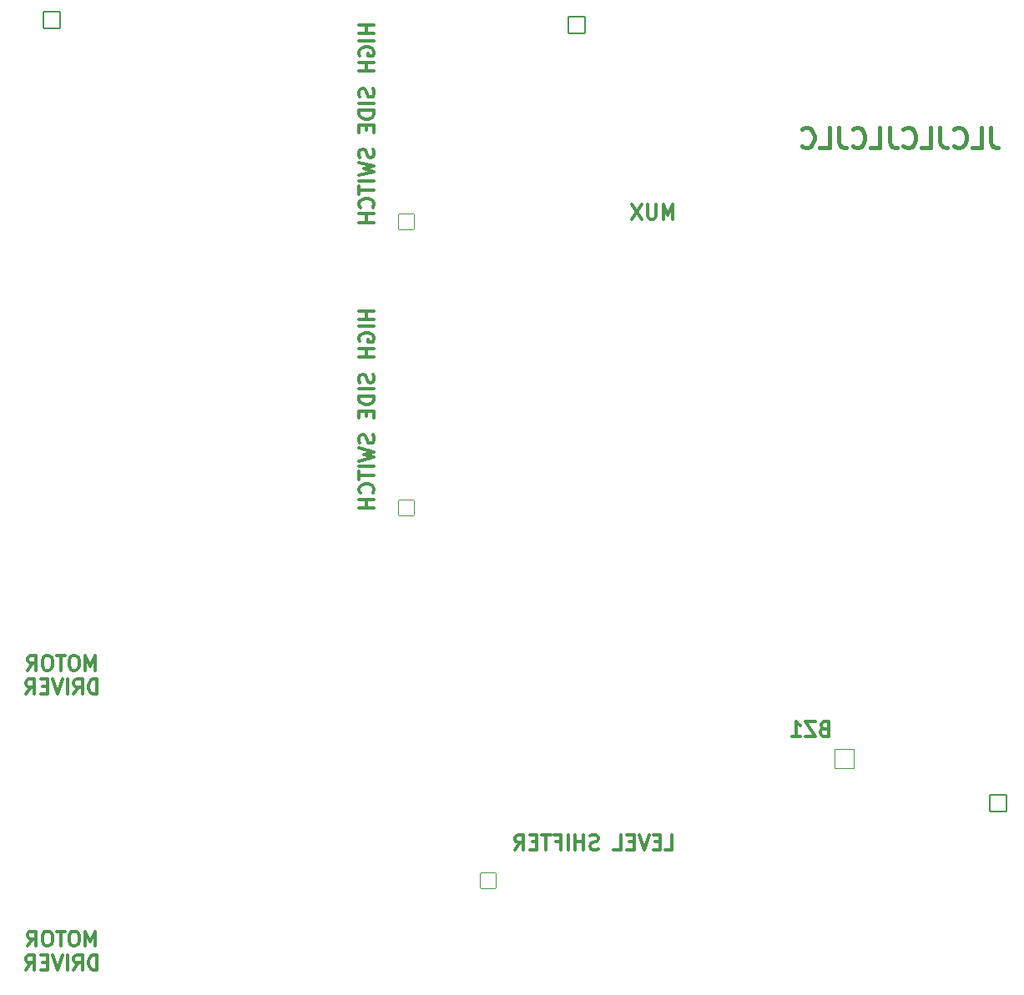
<source format=gbo>
G04 #@! TF.GenerationSoftware,KiCad,Pcbnew,(6.0.2)*
G04 #@! TF.CreationDate,2023-01-23T03:29:59-05:00*
G04 #@! TF.ProjectId,Interface-PCB,496e7465-7266-4616-9365-2d5043422e6b,1.0*
G04 #@! TF.SameCoordinates,Original*
G04 #@! TF.FileFunction,Legend,Bot*
G04 #@! TF.FilePolarity,Positive*
%FSLAX46Y46*%
G04 Gerber Fmt 4.6, Leading zero omitted, Abs format (unit mm)*
G04 Created by KiCad (PCBNEW (6.0.2)) date 2023-01-23 03:29:59*
%MOMM*%
%LPD*%
G01*
G04 APERTURE LIST*
G04 Aperture macros list*
%AMRoundRect*
0 Rectangle with rounded corners*
0 $1 Rounding radius*
0 $2 $3 $4 $5 $6 $7 $8 $9 X,Y pos of 4 corners*
0 Add a 4 corners polygon primitive as box body*
4,1,4,$2,$3,$4,$5,$6,$7,$8,$9,$2,$3,0*
0 Add four circle primitives for the rounded corners*
1,1,$1+$1,$2,$3*
1,1,$1+$1,$4,$5*
1,1,$1+$1,$6,$7*
1,1,$1+$1,$8,$9*
0 Add four rect primitives between the rounded corners*
20,1,$1+$1,$2,$3,$4,$5,0*
20,1,$1+$1,$4,$5,$6,$7,0*
20,1,$1+$1,$6,$7,$8,$9,0*
20,1,$1+$1,$8,$9,$2,$3,0*%
G04 Aperture macros list end*
%ADD10C,0.300000*%
%ADD11C,0.400000*%
%ADD12RoundRect,0.050000X0.800000X0.800000X-0.800000X0.800000X-0.800000X-0.800000X0.800000X-0.800000X0*%
%ADD13O,1.700000X1.700000*%
%ADD14RoundRect,0.050000X1.000000X1.000000X-1.000000X1.000000X-1.000000X-1.000000X1.000000X-1.000000X0*%
%ADD15C,2.100000*%
%ADD16C,1.700000*%
%ADD17RoundRect,0.050000X-0.850000X-0.850000X0.850000X-0.850000X0.850000X0.850000X-0.850000X0.850000X0*%
%ADD18O,1.800000X1.800000*%
%ADD19C,1.800000*%
%ADD20C,6.500000*%
%ADD21RoundRect,0.050000X-1.750000X-1.750000X1.750000X-1.750000X1.750000X1.750000X-1.750000X1.750000X0*%
%ADD22RoundRect,0.800000X-0.750000X-1.000000X0.750000X-1.000000X0.750000X1.000000X-0.750000X1.000000X0*%
%ADD23RoundRect,0.925000X-0.875000X-0.875000X0.875000X-0.875000X0.875000X0.875000X-0.875000X0.875000X0*%
%ADD24RoundRect,0.050000X0.850000X-0.850000X0.850000X0.850000X-0.850000X0.850000X-0.850000X-0.850000X0*%
%ADD25RoundRect,0.050000X0.850000X0.850000X-0.850000X0.850000X-0.850000X-0.850000X0.850000X-0.850000X0*%
%ADD26RoundRect,0.050000X1.750000X1.750000X-1.750000X1.750000X-1.750000X-1.750000X1.750000X-1.750000X0*%
%ADD27RoundRect,0.800000X0.750000X1.000000X-0.750000X1.000000X-0.750000X-1.000000X0.750000X-1.000000X0*%
%ADD28RoundRect,0.925000X0.875000X0.875000X-0.875000X0.875000X-0.875000X-0.875000X0.875000X-0.875000X0*%
%ADD29RoundRect,0.050000X0.800000X-0.800000X0.800000X0.800000X-0.800000X0.800000X-0.800000X-0.800000X0*%
%ADD30RoundRect,0.050000X1.750000X-1.750000X1.750000X1.750000X-1.750000X1.750000X-1.750000X-1.750000X0*%
%ADD31RoundRect,0.800000X1.000000X-0.750000X1.000000X0.750000X-1.000000X0.750000X-1.000000X-0.750000X0*%
%ADD32RoundRect,0.925000X0.875000X-0.875000X0.875000X0.875000X-0.875000X0.875000X-0.875000X-0.875000X0*%
G04 APERTURE END LIST*
D10*
X146214285Y-124678571D02*
X146928571Y-124678571D01*
X146928571Y-123178571D01*
X145714285Y-123892857D02*
X145214285Y-123892857D01*
X145000000Y-124678571D02*
X145714285Y-124678571D01*
X145714285Y-123178571D01*
X145000000Y-123178571D01*
X144571428Y-123178571D02*
X144071428Y-124678571D01*
X143571428Y-123178571D01*
X143071428Y-123892857D02*
X142571428Y-123892857D01*
X142357142Y-124678571D02*
X143071428Y-124678571D01*
X143071428Y-123178571D01*
X142357142Y-123178571D01*
X141000000Y-124678571D02*
X141714285Y-124678571D01*
X141714285Y-123178571D01*
X139428571Y-124607142D02*
X139214285Y-124678571D01*
X138857142Y-124678571D01*
X138714285Y-124607142D01*
X138642857Y-124535714D01*
X138571428Y-124392857D01*
X138571428Y-124250000D01*
X138642857Y-124107142D01*
X138714285Y-124035714D01*
X138857142Y-123964285D01*
X139142857Y-123892857D01*
X139285714Y-123821428D01*
X139357142Y-123750000D01*
X139428571Y-123607142D01*
X139428571Y-123464285D01*
X139357142Y-123321428D01*
X139285714Y-123250000D01*
X139142857Y-123178571D01*
X138785714Y-123178571D01*
X138571428Y-123250000D01*
X137928571Y-124678571D02*
X137928571Y-123178571D01*
X137928571Y-123892857D02*
X137071428Y-123892857D01*
X137071428Y-124678571D02*
X137071428Y-123178571D01*
X136357142Y-124678571D02*
X136357142Y-123178571D01*
X135142857Y-123892857D02*
X135642857Y-123892857D01*
X135642857Y-124678571D02*
X135642857Y-123178571D01*
X134928571Y-123178571D01*
X134571428Y-123178571D02*
X133714285Y-123178571D01*
X134142857Y-124678571D02*
X134142857Y-123178571D01*
X133214285Y-123892857D02*
X132714285Y-123892857D01*
X132500000Y-124678571D02*
X133214285Y-124678571D01*
X133214285Y-123178571D01*
X132500000Y-123178571D01*
X131000000Y-124678571D02*
X131500000Y-123964285D01*
X131857142Y-124678571D02*
X131857142Y-123178571D01*
X131285714Y-123178571D01*
X131142857Y-123250000D01*
X131071428Y-123321428D01*
X131000000Y-123464285D01*
X131000000Y-123678571D01*
X131071428Y-123821428D01*
X131142857Y-123892857D01*
X131285714Y-123964285D01*
X131857142Y-123964285D01*
X147000000Y-60678571D02*
X147000000Y-59178571D01*
X146500000Y-60250000D01*
X146000000Y-59178571D01*
X146000000Y-60678571D01*
X145285714Y-59178571D02*
X145285714Y-60392857D01*
X145214285Y-60535714D01*
X145142857Y-60607142D01*
X145000000Y-60678571D01*
X144714285Y-60678571D01*
X144571428Y-60607142D01*
X144500000Y-60535714D01*
X144428571Y-60392857D01*
X144428571Y-59178571D01*
X143857142Y-59178571D02*
X142857142Y-60678571D01*
X142857142Y-59178571D02*
X143857142Y-60678571D01*
X116678571Y-41000000D02*
X115178571Y-41000000D01*
X115892857Y-41000000D02*
X115892857Y-41857142D01*
X116678571Y-41857142D02*
X115178571Y-41857142D01*
X116678571Y-42571428D02*
X115178571Y-42571428D01*
X115250000Y-44071428D02*
X115178571Y-43928571D01*
X115178571Y-43714285D01*
X115250000Y-43500000D01*
X115392857Y-43357142D01*
X115535714Y-43285714D01*
X115821428Y-43214285D01*
X116035714Y-43214285D01*
X116321428Y-43285714D01*
X116464285Y-43357142D01*
X116607142Y-43500000D01*
X116678571Y-43714285D01*
X116678571Y-43857142D01*
X116607142Y-44071428D01*
X116535714Y-44142857D01*
X116035714Y-44142857D01*
X116035714Y-43857142D01*
X116678571Y-44785714D02*
X115178571Y-44785714D01*
X115892857Y-44785714D02*
X115892857Y-45642857D01*
X116678571Y-45642857D02*
X115178571Y-45642857D01*
X116607142Y-47428571D02*
X116678571Y-47642857D01*
X116678571Y-48000000D01*
X116607142Y-48142857D01*
X116535714Y-48214285D01*
X116392857Y-48285714D01*
X116250000Y-48285714D01*
X116107142Y-48214285D01*
X116035714Y-48142857D01*
X115964285Y-48000000D01*
X115892857Y-47714285D01*
X115821428Y-47571428D01*
X115750000Y-47500000D01*
X115607142Y-47428571D01*
X115464285Y-47428571D01*
X115321428Y-47500000D01*
X115250000Y-47571428D01*
X115178571Y-47714285D01*
X115178571Y-48071428D01*
X115250000Y-48285714D01*
X116678571Y-48928571D02*
X115178571Y-48928571D01*
X116678571Y-49642857D02*
X115178571Y-49642857D01*
X115178571Y-50000000D01*
X115250000Y-50214285D01*
X115392857Y-50357142D01*
X115535714Y-50428571D01*
X115821428Y-50500000D01*
X116035714Y-50500000D01*
X116321428Y-50428571D01*
X116464285Y-50357142D01*
X116607142Y-50214285D01*
X116678571Y-50000000D01*
X116678571Y-49642857D01*
X115892857Y-51142857D02*
X115892857Y-51642857D01*
X116678571Y-51857142D02*
X116678571Y-51142857D01*
X115178571Y-51142857D01*
X115178571Y-51857142D01*
X116607142Y-53571428D02*
X116678571Y-53785714D01*
X116678571Y-54142857D01*
X116607142Y-54285714D01*
X116535714Y-54357142D01*
X116392857Y-54428571D01*
X116250000Y-54428571D01*
X116107142Y-54357142D01*
X116035714Y-54285714D01*
X115964285Y-54142857D01*
X115892857Y-53857142D01*
X115821428Y-53714285D01*
X115750000Y-53642857D01*
X115607142Y-53571428D01*
X115464285Y-53571428D01*
X115321428Y-53642857D01*
X115250000Y-53714285D01*
X115178571Y-53857142D01*
X115178571Y-54214285D01*
X115250000Y-54428571D01*
X115178571Y-54928571D02*
X116678571Y-55285714D01*
X115607142Y-55571428D01*
X116678571Y-55857142D01*
X115178571Y-56214285D01*
X116678571Y-56785714D02*
X115178571Y-56785714D01*
X115178571Y-57285714D02*
X115178571Y-58142857D01*
X116678571Y-57714285D02*
X115178571Y-57714285D01*
X116535714Y-59500000D02*
X116607142Y-59428571D01*
X116678571Y-59214285D01*
X116678571Y-59071428D01*
X116607142Y-58857142D01*
X116464285Y-58714285D01*
X116321428Y-58642857D01*
X116035714Y-58571428D01*
X115821428Y-58571428D01*
X115535714Y-58642857D01*
X115392857Y-58714285D01*
X115250000Y-58857142D01*
X115178571Y-59071428D01*
X115178571Y-59214285D01*
X115250000Y-59428571D01*
X115321428Y-59500000D01*
X116678571Y-60142857D02*
X115178571Y-60142857D01*
X115892857Y-60142857D02*
X115892857Y-61000000D01*
X116678571Y-61000000D02*
X115178571Y-61000000D01*
X88392857Y-134471071D02*
X88392857Y-132971071D01*
X87892857Y-134042500D01*
X87392857Y-132971071D01*
X87392857Y-134471071D01*
X86392857Y-132971071D02*
X86107142Y-132971071D01*
X85964285Y-133042500D01*
X85821428Y-133185357D01*
X85750000Y-133471071D01*
X85750000Y-133971071D01*
X85821428Y-134256785D01*
X85964285Y-134399642D01*
X86107142Y-134471071D01*
X86392857Y-134471071D01*
X86535714Y-134399642D01*
X86678571Y-134256785D01*
X86750000Y-133971071D01*
X86750000Y-133471071D01*
X86678571Y-133185357D01*
X86535714Y-133042500D01*
X86392857Y-132971071D01*
X85321428Y-132971071D02*
X84464285Y-132971071D01*
X84892857Y-134471071D02*
X84892857Y-132971071D01*
X83678571Y-132971071D02*
X83392857Y-132971071D01*
X83250000Y-133042500D01*
X83107142Y-133185357D01*
X83035714Y-133471071D01*
X83035714Y-133971071D01*
X83107142Y-134256785D01*
X83250000Y-134399642D01*
X83392857Y-134471071D01*
X83678571Y-134471071D01*
X83821428Y-134399642D01*
X83964285Y-134256785D01*
X84035714Y-133971071D01*
X84035714Y-133471071D01*
X83964285Y-133185357D01*
X83821428Y-133042500D01*
X83678571Y-132971071D01*
X81535714Y-134471071D02*
X82035714Y-133756785D01*
X82392857Y-134471071D02*
X82392857Y-132971071D01*
X81821428Y-132971071D01*
X81678571Y-133042500D01*
X81607142Y-133113928D01*
X81535714Y-133256785D01*
X81535714Y-133471071D01*
X81607142Y-133613928D01*
X81678571Y-133685357D01*
X81821428Y-133756785D01*
X82392857Y-133756785D01*
X88571428Y-136886071D02*
X88571428Y-135386071D01*
X88214285Y-135386071D01*
X88000000Y-135457500D01*
X87857142Y-135600357D01*
X87785714Y-135743214D01*
X87714285Y-136028928D01*
X87714285Y-136243214D01*
X87785714Y-136528928D01*
X87857142Y-136671785D01*
X88000000Y-136814642D01*
X88214285Y-136886071D01*
X88571428Y-136886071D01*
X86214285Y-136886071D02*
X86714285Y-136171785D01*
X87071428Y-136886071D02*
X87071428Y-135386071D01*
X86500000Y-135386071D01*
X86357142Y-135457500D01*
X86285714Y-135528928D01*
X86214285Y-135671785D01*
X86214285Y-135886071D01*
X86285714Y-136028928D01*
X86357142Y-136100357D01*
X86500000Y-136171785D01*
X87071428Y-136171785D01*
X85571428Y-136886071D02*
X85571428Y-135386071D01*
X85071428Y-135386071D02*
X84571428Y-136886071D01*
X84071428Y-135386071D01*
X83571428Y-136100357D02*
X83071428Y-136100357D01*
X82857142Y-136886071D02*
X83571428Y-136886071D01*
X83571428Y-135386071D01*
X82857142Y-135386071D01*
X81357142Y-136886071D02*
X81857142Y-136171785D01*
X82214285Y-136886071D02*
X82214285Y-135386071D01*
X81642857Y-135386071D01*
X81500000Y-135457500D01*
X81428571Y-135528928D01*
X81357142Y-135671785D01*
X81357142Y-135886071D01*
X81428571Y-136028928D01*
X81500000Y-136100357D01*
X81642857Y-136171785D01*
X82214285Y-136171785D01*
X162321428Y-112392857D02*
X162107142Y-112464285D01*
X162035714Y-112535714D01*
X161964285Y-112678571D01*
X161964285Y-112892857D01*
X162035714Y-113035714D01*
X162107142Y-113107142D01*
X162250000Y-113178571D01*
X162821428Y-113178571D01*
X162821428Y-111678571D01*
X162321428Y-111678571D01*
X162178571Y-111750000D01*
X162107142Y-111821428D01*
X162035714Y-111964285D01*
X162035714Y-112107142D01*
X162107142Y-112250000D01*
X162178571Y-112321428D01*
X162321428Y-112392857D01*
X162821428Y-112392857D01*
X161464285Y-111678571D02*
X160464285Y-111678571D01*
X161464285Y-113178571D01*
X160464285Y-113178571D01*
X159107142Y-113178571D02*
X159964285Y-113178571D01*
X159535714Y-113178571D02*
X159535714Y-111678571D01*
X159678571Y-111892857D01*
X159821428Y-112035714D01*
X159964285Y-112107142D01*
X88392857Y-106471071D02*
X88392857Y-104971071D01*
X87892857Y-106042500D01*
X87392857Y-104971071D01*
X87392857Y-106471071D01*
X86392857Y-104971071D02*
X86107142Y-104971071D01*
X85964285Y-105042500D01*
X85821428Y-105185357D01*
X85750000Y-105471071D01*
X85750000Y-105971071D01*
X85821428Y-106256785D01*
X85964285Y-106399642D01*
X86107142Y-106471071D01*
X86392857Y-106471071D01*
X86535714Y-106399642D01*
X86678571Y-106256785D01*
X86750000Y-105971071D01*
X86750000Y-105471071D01*
X86678571Y-105185357D01*
X86535714Y-105042500D01*
X86392857Y-104971071D01*
X85321428Y-104971071D02*
X84464285Y-104971071D01*
X84892857Y-106471071D02*
X84892857Y-104971071D01*
X83678571Y-104971071D02*
X83392857Y-104971071D01*
X83250000Y-105042500D01*
X83107142Y-105185357D01*
X83035714Y-105471071D01*
X83035714Y-105971071D01*
X83107142Y-106256785D01*
X83250000Y-106399642D01*
X83392857Y-106471071D01*
X83678571Y-106471071D01*
X83821428Y-106399642D01*
X83964285Y-106256785D01*
X84035714Y-105971071D01*
X84035714Y-105471071D01*
X83964285Y-105185357D01*
X83821428Y-105042500D01*
X83678571Y-104971071D01*
X81535714Y-106471071D02*
X82035714Y-105756785D01*
X82392857Y-106471071D02*
X82392857Y-104971071D01*
X81821428Y-104971071D01*
X81678571Y-105042500D01*
X81607142Y-105113928D01*
X81535714Y-105256785D01*
X81535714Y-105471071D01*
X81607142Y-105613928D01*
X81678571Y-105685357D01*
X81821428Y-105756785D01*
X82392857Y-105756785D01*
X88571428Y-108886071D02*
X88571428Y-107386071D01*
X88214285Y-107386071D01*
X88000000Y-107457500D01*
X87857142Y-107600357D01*
X87785714Y-107743214D01*
X87714285Y-108028928D01*
X87714285Y-108243214D01*
X87785714Y-108528928D01*
X87857142Y-108671785D01*
X88000000Y-108814642D01*
X88214285Y-108886071D01*
X88571428Y-108886071D01*
X86214285Y-108886071D02*
X86714285Y-108171785D01*
X87071428Y-108886071D02*
X87071428Y-107386071D01*
X86500000Y-107386071D01*
X86357142Y-107457500D01*
X86285714Y-107528928D01*
X86214285Y-107671785D01*
X86214285Y-107886071D01*
X86285714Y-108028928D01*
X86357142Y-108100357D01*
X86500000Y-108171785D01*
X87071428Y-108171785D01*
X85571428Y-108886071D02*
X85571428Y-107386071D01*
X85071428Y-107386071D02*
X84571428Y-108886071D01*
X84071428Y-107386071D01*
X83571428Y-108100357D02*
X83071428Y-108100357D01*
X82857142Y-108886071D02*
X83571428Y-108886071D01*
X83571428Y-107386071D01*
X82857142Y-107386071D01*
X81357142Y-108886071D02*
X81857142Y-108171785D01*
X82214285Y-108886071D02*
X82214285Y-107386071D01*
X81642857Y-107386071D01*
X81500000Y-107457500D01*
X81428571Y-107528928D01*
X81357142Y-107671785D01*
X81357142Y-107886071D01*
X81428571Y-108028928D01*
X81500000Y-108100357D01*
X81642857Y-108171785D01*
X82214285Y-108171785D01*
D11*
X179238095Y-51404761D02*
X179238095Y-52833333D01*
X179333333Y-53119047D01*
X179523809Y-53309523D01*
X179809523Y-53404761D01*
X180000000Y-53404761D01*
X177333333Y-53404761D02*
X178285714Y-53404761D01*
X178285714Y-51404761D01*
X175523809Y-53214285D02*
X175619047Y-53309523D01*
X175904761Y-53404761D01*
X176095238Y-53404761D01*
X176380952Y-53309523D01*
X176571428Y-53119047D01*
X176666666Y-52928571D01*
X176761904Y-52547619D01*
X176761904Y-52261904D01*
X176666666Y-51880952D01*
X176571428Y-51690476D01*
X176380952Y-51500000D01*
X176095238Y-51404761D01*
X175904761Y-51404761D01*
X175619047Y-51500000D01*
X175523809Y-51595238D01*
X174095238Y-51404761D02*
X174095238Y-52833333D01*
X174190476Y-53119047D01*
X174380952Y-53309523D01*
X174666666Y-53404761D01*
X174857142Y-53404761D01*
X172190476Y-53404761D02*
X173142857Y-53404761D01*
X173142857Y-51404761D01*
X170380952Y-53214285D02*
X170476190Y-53309523D01*
X170761904Y-53404761D01*
X170952380Y-53404761D01*
X171238095Y-53309523D01*
X171428571Y-53119047D01*
X171523809Y-52928571D01*
X171619047Y-52547619D01*
X171619047Y-52261904D01*
X171523809Y-51880952D01*
X171428571Y-51690476D01*
X171238095Y-51500000D01*
X170952380Y-51404761D01*
X170761904Y-51404761D01*
X170476190Y-51500000D01*
X170380952Y-51595238D01*
X168952380Y-51404761D02*
X168952380Y-52833333D01*
X169047619Y-53119047D01*
X169238095Y-53309523D01*
X169523809Y-53404761D01*
X169714285Y-53404761D01*
X167047619Y-53404761D02*
X168000000Y-53404761D01*
X168000000Y-51404761D01*
X165238095Y-53214285D02*
X165333333Y-53309523D01*
X165619047Y-53404761D01*
X165809523Y-53404761D01*
X166095238Y-53309523D01*
X166285714Y-53119047D01*
X166380952Y-52928571D01*
X166476190Y-52547619D01*
X166476190Y-52261904D01*
X166380952Y-51880952D01*
X166285714Y-51690476D01*
X166095238Y-51500000D01*
X165809523Y-51404761D01*
X165619047Y-51404761D01*
X165333333Y-51500000D01*
X165238095Y-51595238D01*
X163809523Y-51404761D02*
X163809523Y-52833333D01*
X163904761Y-53119047D01*
X164095238Y-53309523D01*
X164380952Y-53404761D01*
X164571428Y-53404761D01*
X161904761Y-53404761D02*
X162857142Y-53404761D01*
X162857142Y-51404761D01*
X160095238Y-53214285D02*
X160190476Y-53309523D01*
X160476190Y-53404761D01*
X160666666Y-53404761D01*
X160952380Y-53309523D01*
X161142857Y-53119047D01*
X161238095Y-52928571D01*
X161333333Y-52547619D01*
X161333333Y-52261904D01*
X161238095Y-51880952D01*
X161142857Y-51690476D01*
X160952380Y-51500000D01*
X160666666Y-51404761D01*
X160476190Y-51404761D01*
X160190476Y-51500000D01*
X160095238Y-51595238D01*
D10*
X116678571Y-70000000D02*
X115178571Y-70000000D01*
X115892857Y-70000000D02*
X115892857Y-70857142D01*
X116678571Y-70857142D02*
X115178571Y-70857142D01*
X116678571Y-71571428D02*
X115178571Y-71571428D01*
X115250000Y-73071428D02*
X115178571Y-72928571D01*
X115178571Y-72714285D01*
X115250000Y-72500000D01*
X115392857Y-72357142D01*
X115535714Y-72285714D01*
X115821428Y-72214285D01*
X116035714Y-72214285D01*
X116321428Y-72285714D01*
X116464285Y-72357142D01*
X116607142Y-72500000D01*
X116678571Y-72714285D01*
X116678571Y-72857142D01*
X116607142Y-73071428D01*
X116535714Y-73142857D01*
X116035714Y-73142857D01*
X116035714Y-72857142D01*
X116678571Y-73785714D02*
X115178571Y-73785714D01*
X115892857Y-73785714D02*
X115892857Y-74642857D01*
X116678571Y-74642857D02*
X115178571Y-74642857D01*
X116607142Y-76428571D02*
X116678571Y-76642857D01*
X116678571Y-77000000D01*
X116607142Y-77142857D01*
X116535714Y-77214285D01*
X116392857Y-77285714D01*
X116250000Y-77285714D01*
X116107142Y-77214285D01*
X116035714Y-77142857D01*
X115964285Y-77000000D01*
X115892857Y-76714285D01*
X115821428Y-76571428D01*
X115750000Y-76500000D01*
X115607142Y-76428571D01*
X115464285Y-76428571D01*
X115321428Y-76500000D01*
X115250000Y-76571428D01*
X115178571Y-76714285D01*
X115178571Y-77071428D01*
X115250000Y-77285714D01*
X116678571Y-77928571D02*
X115178571Y-77928571D01*
X116678571Y-78642857D02*
X115178571Y-78642857D01*
X115178571Y-79000000D01*
X115250000Y-79214285D01*
X115392857Y-79357142D01*
X115535714Y-79428571D01*
X115821428Y-79500000D01*
X116035714Y-79500000D01*
X116321428Y-79428571D01*
X116464285Y-79357142D01*
X116607142Y-79214285D01*
X116678571Y-79000000D01*
X116678571Y-78642857D01*
X115892857Y-80142857D02*
X115892857Y-80642857D01*
X116678571Y-80857142D02*
X116678571Y-80142857D01*
X115178571Y-80142857D01*
X115178571Y-80857142D01*
X116607142Y-82571428D02*
X116678571Y-82785714D01*
X116678571Y-83142857D01*
X116607142Y-83285714D01*
X116535714Y-83357142D01*
X116392857Y-83428571D01*
X116250000Y-83428571D01*
X116107142Y-83357142D01*
X116035714Y-83285714D01*
X115964285Y-83142857D01*
X115892857Y-82857142D01*
X115821428Y-82714285D01*
X115750000Y-82642857D01*
X115607142Y-82571428D01*
X115464285Y-82571428D01*
X115321428Y-82642857D01*
X115250000Y-82714285D01*
X115178571Y-82857142D01*
X115178571Y-83214285D01*
X115250000Y-83428571D01*
X115178571Y-83928571D02*
X116678571Y-84285714D01*
X115607142Y-84571428D01*
X116678571Y-84857142D01*
X115178571Y-85214285D01*
X116678571Y-85785714D02*
X115178571Y-85785714D01*
X115178571Y-86285714D02*
X115178571Y-87142857D01*
X116678571Y-86714285D02*
X115178571Y-86714285D01*
X116535714Y-88500000D02*
X116607142Y-88428571D01*
X116678571Y-88214285D01*
X116678571Y-88071428D01*
X116607142Y-87857142D01*
X116464285Y-87714285D01*
X116321428Y-87642857D01*
X116035714Y-87571428D01*
X115821428Y-87571428D01*
X115535714Y-87642857D01*
X115392857Y-87714285D01*
X115250000Y-87857142D01*
X115178571Y-88071428D01*
X115178571Y-88214285D01*
X115250000Y-88428571D01*
X115321428Y-88500000D01*
X116678571Y-89142857D02*
X115178571Y-89142857D01*
X115892857Y-89142857D02*
X115892857Y-90000000D01*
X116678571Y-90000000D02*
X115178571Y-90000000D01*
%LPC*%
D12*
X120000000Y-60960000D03*
D13*
X120000000Y-58420000D03*
X120000000Y-55880000D03*
X120000000Y-53340000D03*
X120000000Y-50800000D03*
X120000000Y-48260000D03*
X120000000Y-45720000D03*
X120000000Y-43180000D03*
X120000000Y-40640000D03*
X112380000Y-40640000D03*
X112380000Y-43180000D03*
X112380000Y-45720000D03*
X112380000Y-48260000D03*
X112380000Y-50800000D03*
X112380000Y-53340000D03*
X112380000Y-55880000D03*
X112380000Y-58420000D03*
X112380000Y-60960000D03*
D14*
X164410000Y-115500000D03*
D15*
X157590000Y-115500000D03*
D16*
X139820000Y-61280000D03*
D13*
X149980000Y-61280000D03*
D16*
X187420000Y-133000000D03*
D13*
X197580000Y-133000000D03*
D16*
X143515000Y-104010000D03*
D13*
X143515000Y-114170000D03*
D17*
X77380000Y-98610000D03*
D18*
X77380000Y-101150000D03*
X77380000Y-103690000D03*
X77380000Y-106230000D03*
X77380000Y-108770000D03*
X77380000Y-111310000D03*
X77380000Y-113850000D03*
X77380000Y-116390000D03*
D19*
X92620000Y-98610000D03*
D18*
X92620000Y-101150000D03*
X92620000Y-103690000D03*
X92620000Y-106230000D03*
X92620000Y-108770000D03*
X92620000Y-111310000D03*
X92620000Y-113850000D03*
X92620000Y-116390000D03*
D20*
X65000000Y-160000000D03*
D16*
X156920000Y-132500000D03*
D13*
X167080000Y-132500000D03*
D16*
X139820000Y-76520000D03*
D13*
X149980000Y-76520000D03*
D21*
X75000000Y-55500000D03*
D22*
X69000000Y-55500000D03*
D23*
X72000000Y-60200000D03*
D16*
X123700000Y-40640000D03*
X123700000Y-45720000D03*
X139820000Y-43500000D03*
D13*
X149980000Y-43500000D03*
D16*
X139820000Y-46040000D03*
D13*
X149980000Y-46040000D03*
D24*
X157500000Y-145000000D03*
D18*
X160040000Y-145000000D03*
X162580000Y-145000000D03*
D16*
X192080000Y-144000000D03*
D13*
X181920000Y-144000000D03*
D24*
X84000000Y-40500000D03*
D18*
X86540000Y-40500000D03*
X89080000Y-40500000D03*
X91620000Y-40500000D03*
X94160000Y-40500000D03*
D16*
X135895000Y-104010000D03*
D13*
X135895000Y-114170000D03*
D17*
X137220000Y-40950000D03*
D18*
X137220000Y-43490000D03*
X137220000Y-46030000D03*
X137220000Y-48570000D03*
X137220000Y-51110000D03*
X137220000Y-53650000D03*
X137220000Y-56190000D03*
X137220000Y-58730000D03*
X137220000Y-61270000D03*
X137220000Y-63810000D03*
X137220000Y-66350000D03*
X137220000Y-68890000D03*
X137220000Y-71430000D03*
X137220000Y-73970000D03*
X137220000Y-76510000D03*
X137220000Y-79050000D03*
X152460000Y-68890000D03*
X152460000Y-66350000D03*
X152460000Y-63810000D03*
X152460000Y-61270000D03*
X152460000Y-58730000D03*
X152460000Y-56190000D03*
X152460000Y-53650000D03*
D19*
X152460000Y-51110000D03*
D24*
X105000000Y-160000000D03*
D18*
X107540000Y-160000000D03*
X110080000Y-160000000D03*
D20*
X65000000Y-40000000D03*
D12*
X120000000Y-90000000D03*
D13*
X120000000Y-87460000D03*
X120000000Y-84920000D03*
X120000000Y-82380000D03*
X120000000Y-79840000D03*
X120000000Y-77300000D03*
X120000000Y-74760000D03*
X120000000Y-72220000D03*
X120000000Y-69680000D03*
X112380000Y-69680000D03*
X112380000Y-72220000D03*
X112380000Y-74760000D03*
X112380000Y-77300000D03*
X112380000Y-79840000D03*
X112380000Y-82380000D03*
X112380000Y-84920000D03*
X112380000Y-87460000D03*
X112380000Y-90000000D03*
D16*
X139820000Y-71440000D03*
D13*
X149980000Y-71440000D03*
D24*
X104920000Y-145000000D03*
D18*
X107460000Y-145000000D03*
X110000000Y-145000000D03*
D16*
X139820000Y-51120000D03*
D13*
X149980000Y-51120000D03*
D24*
X122500000Y-160000000D03*
D18*
X125040000Y-160000000D03*
X127580000Y-160000000D03*
D16*
X139820000Y-66360000D03*
D13*
X149980000Y-66360000D03*
D25*
X180000000Y-120000000D03*
D18*
X177460000Y-120000000D03*
X180000000Y-117460000D03*
X177460000Y-117460000D03*
X180000000Y-114920000D03*
X177460000Y-114920000D03*
X180000000Y-112380000D03*
X177460000Y-112380000D03*
X180000000Y-109840000D03*
X177460000Y-109840000D03*
X180000000Y-107300000D03*
X177460000Y-107300000D03*
X180000000Y-104760000D03*
X177460000Y-104760000D03*
X180000000Y-102220000D03*
X177460000Y-102220000D03*
X180000000Y-99680000D03*
X177460000Y-99680000D03*
X180000000Y-97140000D03*
X177460000Y-97140000D03*
X180000000Y-94600000D03*
X177460000Y-94600000D03*
X180000000Y-92060000D03*
X177460000Y-92060000D03*
X180000000Y-89520000D03*
X177460000Y-89520000D03*
X180000000Y-86980000D03*
X177460000Y-86980000D03*
X180000000Y-84440000D03*
X177460000Y-84440000D03*
X180000000Y-81900000D03*
X177460000Y-81900000D03*
X180000000Y-79360000D03*
X177460000Y-79360000D03*
X180000000Y-76820000D03*
X177460000Y-76820000D03*
X180000000Y-74280000D03*
X177460000Y-74280000D03*
X180000000Y-71740000D03*
X177460000Y-71740000D03*
D24*
X140000000Y-160000000D03*
D18*
X142540000Y-160000000D03*
X145080000Y-160000000D03*
D24*
X157500000Y-160000000D03*
D18*
X160040000Y-160000000D03*
X162580000Y-160000000D03*
D16*
X133355000Y-104010000D03*
D13*
X133355000Y-114170000D03*
D16*
X170000000Y-157580000D03*
D13*
X170000000Y-147420000D03*
D26*
X185000000Y-50000000D03*
D27*
X191000000Y-50000000D03*
D28*
X188000000Y-45300000D03*
D16*
X139820000Y-58740000D03*
D13*
X149980000Y-58740000D03*
D16*
X139820000Y-40960000D03*
D13*
X149980000Y-40960000D03*
D25*
X184975000Y-64525000D03*
D18*
X184975000Y-61985000D03*
X184975000Y-59445000D03*
D16*
X124625000Y-127810000D03*
X124625000Y-122730000D03*
D24*
X122500000Y-145000000D03*
D18*
X125040000Y-145000000D03*
X127580000Y-145000000D03*
D16*
X123700000Y-69680000D03*
X123700000Y-74760000D03*
X139820000Y-68900000D03*
D13*
X149980000Y-68900000D03*
D16*
X138435000Y-104010000D03*
D13*
X138435000Y-114170000D03*
D29*
X128275000Y-127810000D03*
D13*
X130815000Y-127810000D03*
X133355000Y-127810000D03*
X135895000Y-127810000D03*
X138435000Y-127810000D03*
X140975000Y-127810000D03*
X143515000Y-127810000D03*
X146055000Y-127810000D03*
X148595000Y-127810000D03*
X151135000Y-127810000D03*
X151135000Y-120190000D03*
X148595000Y-120190000D03*
X146055000Y-120190000D03*
X143515000Y-120190000D03*
X140975000Y-120190000D03*
X138435000Y-120190000D03*
X135895000Y-120190000D03*
X133355000Y-120190000D03*
X130815000Y-120190000D03*
X128275000Y-120190000D03*
D30*
X85000000Y-150000000D03*
D31*
X85000000Y-156000000D03*
D32*
X89700000Y-153000000D03*
D25*
X65000000Y-85000000D03*
D18*
X65000000Y-82460000D03*
X65000000Y-79920000D03*
X65000000Y-77380000D03*
X65000000Y-74840000D03*
D16*
X146055000Y-104010000D03*
D13*
X146055000Y-114170000D03*
D20*
X195000000Y-40000000D03*
D16*
X139820000Y-56200000D03*
D13*
X149980000Y-56200000D03*
D16*
X90000000Y-91500000D03*
D13*
X100160000Y-91500000D03*
D16*
X139820000Y-48580000D03*
D13*
X149980000Y-48580000D03*
D16*
X140975000Y-104010000D03*
D13*
X140975000Y-114170000D03*
D16*
X139820000Y-53660000D03*
D13*
X149980000Y-53660000D03*
D16*
X192080000Y-139000000D03*
D13*
X181920000Y-139000000D03*
D16*
X139820000Y-73980000D03*
D13*
X149980000Y-73980000D03*
D20*
X195000000Y-160000000D03*
D16*
X139820000Y-79060000D03*
D13*
X149980000Y-79060000D03*
D24*
X140000000Y-145000000D03*
D18*
X142540000Y-145000000D03*
X145080000Y-145000000D03*
D16*
X139820000Y-63820000D03*
D13*
X149980000Y-63820000D03*
D25*
X195000000Y-120000000D03*
D18*
X192460000Y-120000000D03*
X195000000Y-117460000D03*
X192460000Y-117460000D03*
X195000000Y-114920000D03*
X192460000Y-114920000D03*
X195000000Y-112380000D03*
X192460000Y-112380000D03*
X195000000Y-109840000D03*
X192460000Y-109840000D03*
X195000000Y-107300000D03*
X192460000Y-107300000D03*
X195000000Y-104760000D03*
X192460000Y-104760000D03*
X195000000Y-102220000D03*
X192460000Y-102220000D03*
X195000000Y-99680000D03*
X192460000Y-99680000D03*
X195000000Y-97140000D03*
X192460000Y-97140000D03*
X195000000Y-94600000D03*
X192460000Y-94600000D03*
X195000000Y-92060000D03*
X192460000Y-92060000D03*
X195000000Y-89520000D03*
X192460000Y-89520000D03*
X195000000Y-86980000D03*
X192460000Y-86980000D03*
X195000000Y-84440000D03*
X192460000Y-84440000D03*
X195000000Y-81900000D03*
X192460000Y-81900000D03*
X195000000Y-79360000D03*
X192460000Y-79360000D03*
X195000000Y-76820000D03*
X192460000Y-76820000D03*
X195000000Y-74280000D03*
X192460000Y-74280000D03*
X195000000Y-71740000D03*
X192460000Y-71740000D03*
D17*
X77380000Y-126110000D03*
D18*
X77380000Y-128650000D03*
X77380000Y-131190000D03*
X77380000Y-133730000D03*
X77380000Y-136270000D03*
X77380000Y-138810000D03*
X77380000Y-141350000D03*
X77380000Y-143890000D03*
D19*
X92620000Y-126110000D03*
D18*
X92620000Y-128650000D03*
X92620000Y-131190000D03*
X92620000Y-133730000D03*
X92620000Y-136270000D03*
X92620000Y-138810000D03*
X92620000Y-141350000D03*
X92620000Y-143890000D03*
M02*

</source>
